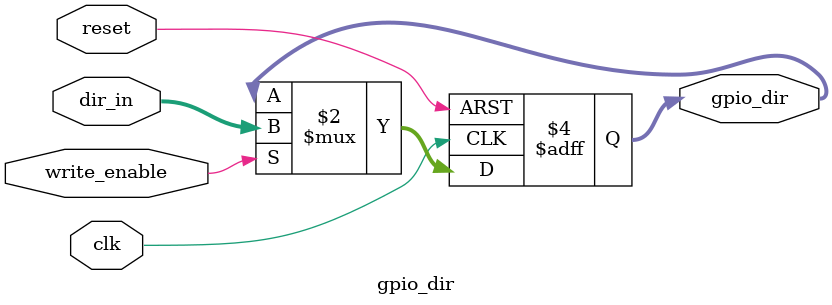
<source format=v>
module gpio_dir (
    input wire clk,
    input wire reset,
    input wire [15:0] dir_in,
    input wire write_enable,
    output reg [15:0] gpio_dir
);

    always @(posedge clk or posedge reset) begin
        if (reset) begin
            gpio_dir <= 16'b0;
        end else if (write_enable) begin
            gpio_dir <= dir_in;
        end
    end

endmodule

</source>
